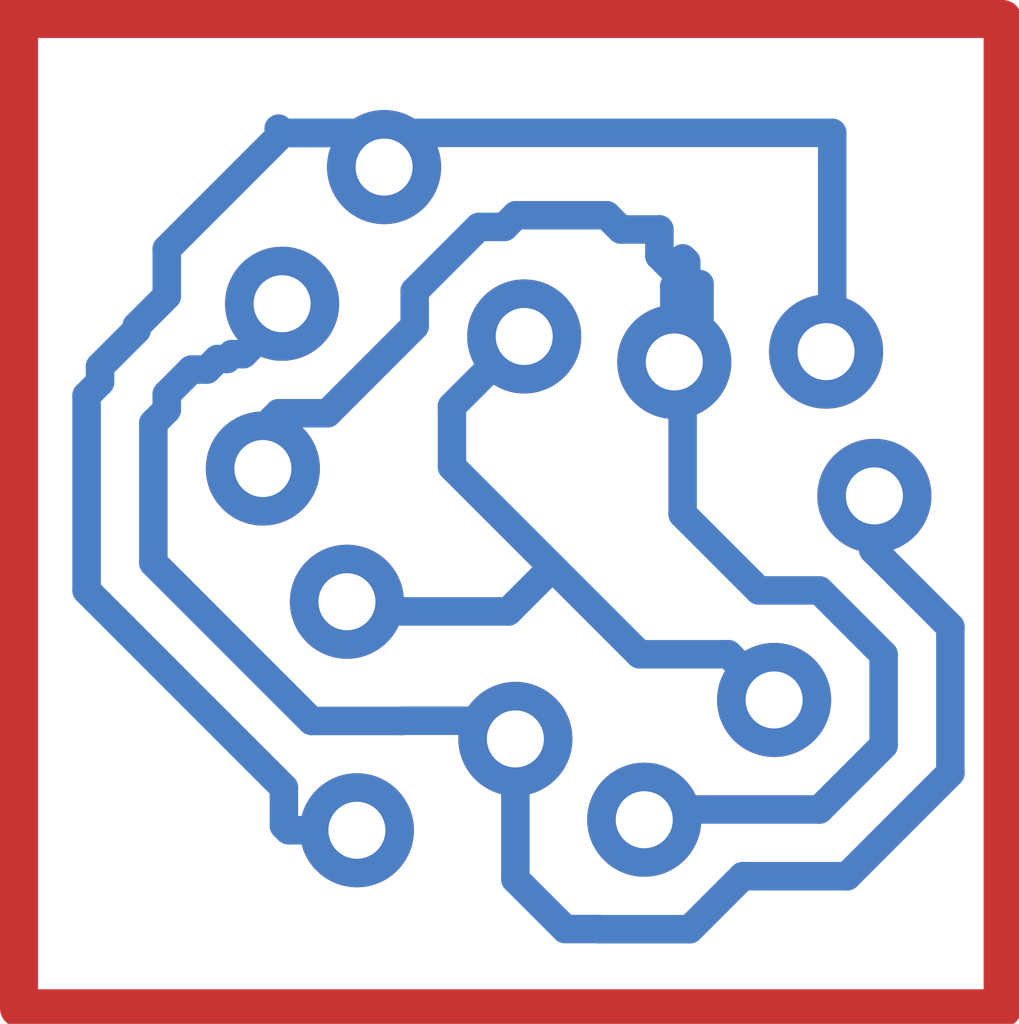
<source format=kicad_pcb>
(kicad_pcb
	(version 20241229)
	(generator "pcbnew")
	(generator_version "9.0")
	(general
		(thickness 1.6)
		(legacy_teardrops no)
	)
	(paper "A4")
	(layers
		(0 "F.Cu" signal)
		(2 "B.Cu" signal)
		(9 "F.Adhes" user "F.Adhesive")
		(11 "B.Adhes" user "B.Adhesive")
		(13 "F.Paste" user)
		(15 "B.Paste" user)
		(5 "F.SilkS" user "F.Silkscreen")
		(7 "B.SilkS" user "B.Silkscreen")
		(1 "F.Mask" user)
		(3 "B.Mask" user)
		(17 "Dwgs.User" user "User.Drawings")
		(19 "Cmts.User" user "User.Comments")
		(21 "Eco1.User" user "User.Eco1")
		(23 "Eco2.User" user "User.Eco2")
		(25 "Edge.Cuts" user)
		(27 "Margin" user)
		(31 "F.CrtYd" user "F.Courtyard")
		(29 "B.CrtYd" user "B.Courtyard")
		(35 "F.Fab" user)
		(33 "B.Fab" user)
		(39 "User.1" user)
		(41 "User.2" user)
		(43 "User.3" user)
		(45 "User.4" user)
	)
	(setup
		(pad_to_mask_clearance 0)
		(allow_soldermask_bridges_in_footprints no)
		(tenting front back)
		(pcbplotparams
			(layerselection 0x00000000_00000000_55555555_5755f5ff)
			(plot_on_all_layers_selection 0x00000000_00000000_00000000_00000000)
			(disableapertmacros no)
			(usegerberextensions no)
			(usegerberattributes yes)
			(usegerberadvancedattributes yes)
			(creategerberjobfile yes)
			(dashed_line_dash_ratio 12.000000)
			(dashed_line_gap_ratio 3.000000)
			(svgprecision 4)
			(plotframeref no)
			(mode 1)
			(useauxorigin no)
			(hpglpennumber 1)
			(hpglpenspeed 20)
			(hpglpendiameter 15.000000)
			(pdf_front_fp_property_popups yes)
			(pdf_back_fp_property_popups yes)
			(pdf_metadata yes)
			(pdf_single_document no)
			(dxfpolygonmode yes)
			(dxfimperialunits yes)
			(dxfusepcbnewfont yes)
			(psnegative no)
			(psa4output no)
			(plot_black_and_white yes)
			(sketchpadsonfab no)
			(plotpadnumbers no)
			(hidednponfab no)
			(sketchdnponfab yes)
			(crossoutdnponfab yes)
			(subtractmaskfromsilk no)
			(outputformat 1)
			(mirror no)
			(drillshape 1)
			(scaleselection 1)
			(outputdirectory "")
		)
	)
	(net 0 "")
	(net 1 "Net6")
	(net 2 "Net5")
	(net 3 "Net7")
	(net 4 "Net8")
	(gr_rect
		(start -2.67334 -2.703094)
		(end 2.5 2.5)
		(stroke
			(width 0.2)
			(type default)
		)
		(fill no)
		(layer "F.Cu")
		(net 4)
		(uuid "520f426c-b577-49dc-9202-9ab6c7cee129")
	)
	(via
		(at 1.571239 -0.953679)
		(size 0.6)
		(drill 0.3)
		(layers "F.Cu" "B.Cu")
		(net 1)
		(uuid "08acd0fb-acb7-433e-bd79-eb95b8bb36e5")
	)
	(via
		(at -0.896256 1.563588)
		(size 0.6)
		(drill 0.3)
		(layers "F.Cu" "B.Cu")
		(net 1)
		(uuid "c90feeaa-0ca4-4316-a247-d3327435ad2c")
	)
	(via
		(at -0.753191 -1.924302)
		(size 0.6)
		(drill 0.3)
		(layers "F.Cu" "B.Cu")
		(free yes)
		(net 1)
		(uuid "edcb6954-55c5-4245-96cc-31ffe32e4383")
	)
	(segment
		(start -0.896256 1.563588)
		(end -1.255107 1.563588)
		(width 0.15)
		(layer "B.Cu")
		(net 1)
		(uuid "00e67771-145d-4590-92af-1f6231becb8c")
	)
	(segment
		(start -2.247256 -0.793456)
		(end -2.247256 -0.875288)
		(width 0.15)
		(layer "B.Cu")
		(net 1)
		(uuid "2ca50d89-a978-4f00-8dec-e031d0e83ff1")
	)
	(segment
		(start -1.280232 1.339588)
		(end -2.317793 0.302027)
		(width 0.15)
		(layer "B.Cu")
		(net 1)
		(uuid "2e9711ea-865e-4253-947a-9181fdb1f66e")
	)
	(segment
		(start -0.753191 -1.924302)
		(end -0.931983 -2.103094)
		(width 0.15)
		(layer "B.Cu")
		(net 1)
		(uuid "3e4dd735-043f-40db-8808-f687ac3121e2")
	)
	(segment
		(start -2.317793 -0.722918)
		(end -2.247256 -0.793456)
		(width 0.15)
		(layer "B.Cu")
		(net 1)
		(uuid "4d2d1a54-c453-4ba3-9c9c-1dee0a690f59")
	)
	(segment
		(start 1.546125 -0.990747)
		(end 1.546125 -1.060573)
		(width 0.15)
		(layer "B.Cu")
		(net 1)
		(uuid "51eb00e0-ac4e-450b-8f7f-5b2f917942e2")
	)
	(segment
		(start 1.603744 -2.104307)
		(end 1.603744 -1.10614)
		(width 0.15)
		(layer "B.Cu")
		(net 1)
		(uuid "550bc510-84f7-43cd-bb9c-1c3497dffc88")
	)
	(segment
		(start 1.537733 -1.068965)
		(end 1.518787 -1.068965)
		(width 0.15)
		(layer "B.Cu")
		(net 1)
		(uuid "5c08baeb-b6d0-4ce4-b58e-03a94f638664")
	)
	(segment
		(start 1.546125 -1.048521)
		(end 1.546125 -0.990747)
		(width 0.15)
		(layer "B.Cu")
		(net 1)
		(uuid "604bccb1-4653-4e15-a5d0-b3b4e34533dc")
	)
	(segment
		(start -1.285558 -2.104307)
		(end 1.603744 -2.104307)
		(width 0.15)
		(layer "B.Cu")
		(net 1)
		(uuid "71b3e870-ac0f-4183-aab1-490dff3798c7")
	)
	(segment
		(start 1.571239 -0.953679)
		(end 1.571239 -0.965633)
		(width 0.15)
		(layer "B.Cu")
		(net 1)
		(uuid "74063c18-dae0-4bdb-97ba-3303ce2f5140")
	)
	(segment
		(start -1.896256 -1.493609)
		(end -1.285558 -2.104307)
		(width 0.15)
		(layer "B.Cu")
		(net 1)
		(uuid "8089f8a3-320b-4450-8fe8-9d95977137de")
	)
	(segment
		(start 1.603744 -1.10614)
		(end 1.546125 -1.048521)
		(width 0.15)
		(layer "B.Cu")
		(net 1)
		(uuid "80d472f8-84d3-4bdf-883e-dc36dba2bd50")
	)
	(segment
		(start -2.054587 -1.088124)
		(end -1.896256 -1.246455)
		(width 0.15)
		(layer "B.Cu")
		(net 1)
		(uuid "8dd21a9a-a80b-4068-b516-c6e2a4398c03")
	)
	(segment
		(start -2.054587 -1.067958)
		(end -2.054587 -1.088124)
		(width 0.15)
		(layer "B.Cu")
		(net 1)
		(uuid "973e423b-1a5f-4fdf-a3a0-cc7dca6df4fc")
	)
	(segment
		(start -2.317793 0.302027)
		(end -2.317793 -0.722918)
		(width 0.15)
		(layer "B.Cu")
		(net 1)
		(uuid "98fc7048-1d98-40b5-bb89-725e5c5ccb16")
	)
	(segment
		(start 1.571239 -0.965633)
		(end 1.546125 -0.990747)
		(width 0.15)
		(layer "B.Cu")
		(net 1)
		(uuid "a3811253-6c50-4bef-99ff-2a78330fc6a3")
	)
	(segment
		(start 1.546125 -1.060573)
		(end 1.537733 -1.068965)
		(width 0.15)
		(layer "B.Cu")
		(net 1)
		(uuid "c16e7347-7817-4eb5-97bd-0186389003c4")
	)
	(segment
		(start -1.255107 1.563588)
		(end -1.280232 1.538463)
		(width 0.15)
		(layer "B.Cu")
		(net 1)
		(uuid "c98b0659-59c7-4af2-ad43-4ebaa84306c0")
	)
	(segment
		(start -2.247256 -0.875288)
		(end -2.054587 -1.067958)
		(width 0.15)
		(layer "B.Cu")
		(net 1)
		(uuid "c99f800f-9afc-4e3f-b3f1-df18fac667ef")
	)
	(segment
		(start -0.931983 -2.103094)
		(end -1.284345 -2.103094)
		(width 0.15)
		(layer "B.Cu")
		(net 1)
		(uuid "df929197-abd5-4092-8055-4bc73406b4ef")
	)
	(segment
		(start -1.284345 -2.103094)
		(end -1.307872 -2.126621)
		(width 0.15)
		(layer "B.Cu")
		(net 1)
		(uuid "e4b2f1c4-3e9a-4baf-8db2-c3a7c231bf62")
	)
	(segment
		(start -1.896256 -1.246455)
		(end -1.896256 -1.493609)
		(width 0.15)
		(layer "B.Cu")
		(net 1)
		(uuid "f042840a-edfd-4524-adbf-f86fd8e6a96f")
	)
	(segment
		(start -1.280232 1.538463)
		(end -1.280232 1.339588)
		(width 0.15)
		(layer "B.Cu")
		(net 1)
		(uuid "f1660acb-43a4-4af3-b974-72418f4d06d4")
	)
	(via
		(at 1.298046 0.878173)
		(size 0.6)
		(drill 0.3)
		(layers "F.Cu" "B.Cu")
		(net 2)
		(uuid "144a8120-7291-41f1-a5af-f01f1695bc35")
	)
	(via
		(at -0.016225 -1.033507)
		(size 0.6)
		(drill 0.3)
		(layers "F.Cu" "B.Cu")
		(free yes)
		(net 2)
		(uuid "5124c600-bee6-4723-bf8f-f5fc33c6b1fe")
	)
	(via
		(at -0.948605 0.361654)
		(size 0.6)
		(drill 0.3)
		(layers "F.Cu" "B.Cu")
		(net 2)
		(uuid "ae19facc-8153-4e99-b9ac-f76587fc4aa2")
	)
	(segment
		(start 1.298046 0.878173)
		(end 1.29783 0.878173)
		(width 0.15)
		(layer "B.Cu")
		(net 2)
		(uuid "0b9dd098-9d7d-4f99-9561-f181e4c3a1a2")
	)
	(segment
		(start -0.100218 0.412588)
		(end 0.132278 0.180092)
		(width 0.15)
		(layer "B.Cu")
		(net 2)
		(uuid "165b79ac-9101-4553-a955-a5e4e00c8652")
	)
	(segment
		(start 1.057577 0.63792)
		(end 0.590106 0.63792)
		(width 0.15)
		(layer "B.Cu")
		(net 2)
		(uuid "2bd4341b-875b-4dcd-baf8-15ce7cb145a5")
	)
	(segment
		(start -0.948605 0.360239)
		(end -0.950664 0.35818)
		(width 0.15)
		(layer "B.Cu")
		(net 2)
		(uuid "44ff19c9-7634-4610-a111-d45f2f38bc9f")
	)
	(segment
		(start -0.016225 -1.033507)
		(end -0.028835 -1.033507)
		(width 0.15)
		(layer "B.Cu")
		(net 2)
		(uuid "65afd5dc-0d2e-47fe-a944-96d9a9dac7c8")
	)
	(segment
		(start 0.590106 0.63792)
		(end 0.132278 0.180092)
		(width 0.15)
		(layer "B.Cu")
		(net 2)
		(uuid "65e66cdd-a2e7-4477-a7bf-2ac11c9958ab")
	)
	(segment
		(start -0.80655 0.412588)
		(end -0.100218 0.412588)
		(width 0.15)
		(layer "B.Cu")
		(net 2)
		(uuid "6aa70d23-9061-41c1-9869-4f6b12888ea7")
	)
	(segment
		(start -0.028835 -1.033507)
		(end -0.396256 -0.666086)
		(width 0.15)
		(layer "B.Cu")
		(net 2)
		(uuid "6d726a97-464e-41e5-a042-90d84948138e")
	)
	(segment
		(start -0.950664 0.35818)
		(end -0.950664 0.268474)
		(width 0.15)
		(layer "B.Cu")
		(net 2)
		(uuid "7127eed7-f892-499d-b19a-8fdb0de21ec5")
	)
	(segment
		(start -0.396256 -0.666086)
		(end -0.396256 -0.348442)
		(width 0.15)
		(layer "B.Cu")
		(net 2)
		(uuid "9d1e310d-a32c-439f-902c-0b415a9ce6ed")
	)
	(segment
		(start -0.396256 -0.348442)
		(end 0.132278 0.180092)
		(width 0.15)
		(layer "B.Cu")
		(net 2)
		(uuid "c3d78d0e-acb6-4f7c-8a6f-d9e86f805b63")
	)
	(segment
		(start 1.29783 0.878173)
		(end 1.057577 0.63792)
		(width 0.15)
		(layer "B.Cu")
		(net 2)
		(uuid "cf326b43-6aea-4dd4-b757-1c3edf2f0f7e")
	)
	(segment
		(start -0.948605 0.361654)
		(end -0.948605 0.360239)
		(width 0.15)
		(layer "B.Cu")
		(net 2)
		(uuid "cf92ffc9-e4b4-424e-9da1-8d33fbefe7f0")
	)
	(segment
		(start -0.950664 0.268474)
		(end -0.80655 0.412588)
		(width 0.15)
		(layer "B.Cu")
		(net 2)
		(uuid "e119bf3a-19aa-401f-abe2-e2dca271e204")
	)
	(via
		(at -1.390793 -0.338942)
		(size 0.6)
		(drill 0.3)
		(layers "F.Cu" "B.Cu")
		(net 3)
		(uuid "9a45d334-d847-4913-bb23-fab54fa8ceaf")
	)
	(via
		(at 0.615048 1.508092)
		(size 0.6)
		(drill 0.3)
		(layers "F.Cu" "B.Cu")
		(net 3)
		(uuid "b0990926-74dd-4bf1-baef-0fdd1f8e9bfb")
	)
	(via
		(at 0.773072 -0.899524)
		(size 0.6)
		(drill 0.3)
		(layers "F.Cu" "B.Cu")
		(free yes)
		(net 3)
		(uuid "d8879d15-a541-44fd-b74e-d2f7fc4bb043")
	)
	(segment
		(start -0.121375 -1.609507)
		(end -0.059844 -1.671038)
		(width 0.15)
		(layer "B.Cu")
		(net 3)
		(uuid "047c4880-87e5-4a9a-8b48-0b1229da4397")
	)
	(segment
		(start 1.536634 1.454173)
		(end 1.874046 1.116761)
		(width 0.15)
		(layer "B.Cu")
		(net 3)
		(uuid "0558f1c4-73cd-4b47-bc33-eff64fcba924")
	)
	(segment
		(start 0.816923 -1.335479)
		(end 0.69467 -1.457732)
		(width 0.15)
		(layer "B.Cu")
		(net 3)
		(uuid "07c4f788-ed41-4691-8aa7-0d53be473565")
	)
	(segment
		(start 0.773072 -1.298182)
		(end 0.835845 -1.360955)
		(width 0.15)
		(layer "B.Cu")
		(net 3)
		(uuid "0c206ea2-ea7e-4076-893c-dd46a1ae371c")
	)
	(segment
		(start 0.835845 -1.360955)
		(end 0.835845 -1.426252)
		(width 0.15)
		(layer "B.Cu")
		(net 3)
		(uuid "0f71c3d9-0a7e-423c-a7f3-22c2a51d190a")
	)
	(segment
		(start 0.668967 1.454173)
		(end 1.536634 1.454173)
		(width 0.15)
		(layer "B.Cu")
		(net 3)
		(uuid "1ca89bc6-d795-45b1-89ba-a101629e8b86")
	)
	(segment
		(start 0.615048 1.508092)
		(end 0.668967 1.454173)
		(width 0.15)
		(layer "B.Cu")
		(net 3)
		(uuid "22323e48-1df9-42ce-98d0-df45f031e680")
	)
	(segment
		(start 0.69467 -1.596166)
		(end 0.69467 -1.552681)
		(width 0.15)
		(layer "B.Cu")
		(net 3)
		(uuid "234368df-0e2c-41d9-9869-5a90d6e06b24")
	)
	(segment
		(start 0.773072 -0.899524)
		(end 0.773072 -1.298182)
		(width 0.15)
		(layer "B.Cu")
		(net 3)
		(uuid "314fcb29-3626-4068-87dd-49e4059fb3fa")
	)
	(segment
		(start -0.349271 -1.515049)
		(end -0.254813 -1.609507)
		(width 0.15)
		(layer "B.Cu")
		(net 3)
		(uuid "3f91c61b-423e-4047-9214-25dc4df84b90")
	)
	(segment
		(start -0.592225 -1.0884)
		(end -0.592225 -1.272095)
		(width 0.15)
		(layer "B.Cu")
		(net 3)
		(uuid "4faa2d94-5e58-4741-8721-06088f5a9b56")
	)
	(segment
		(start 0.816923 -0.099123)
		(end 0.816923 -1.335479)
		(width 0.15)
		(layer "B.Cu")
		(net 3)
		(uuid "55026de1-3b9b-45e3-b26e-8af16e08576c")
	)
	(segment
		(start -1.308055 -0.629572)
		(end -1.051053 -0.629572)
		(width 0.15)
		(layer "B.Cu")
		(net 3)
		(uuid "6191a7ef-7bf8-41f2-8fc8-e3172b58cf2d")
	)
	(segment
		(start -0.254813 -1.609507)
		(end -0.121375 -1.609507)
		(width 0.15)
		(layer "B.Cu")
		(net 3)
		(uuid "7d394901-0f0c-4bcc-bf74-f58a6e629999")
	)
	(segment
		(start 0.492204 -1.596166)
		(end 0.69467 -1.596166)
		(width 0.15)
		(layer "B.Cu")
		(net 3)
		(uuid "7eccb4a9-cb2e-483e-bf9f-f3155b25b0e4")
	)
	(segment
		(start 0.835845 -1.426252)
		(end 0.817787 -1.44431)
		(width 0.15)
		(layer "B.Cu")
		(net 3)
		(uuid "92edad51-97e2-4c18-8d0c-129b745ac8fc")
	)
	(segment
		(start 1.874046 1.116761)
		(end 1.874046 0.639585)
		(width 0.15)
		(layer "B.Cu")
		(net 3)
		(uuid "a4458ca5-b765-426a-a687-7c332373f29c")
	)
	(segment
		(start 0.417332 -1.671038)
		(end 0.492204 -1.596166)
		(width 0.15)
		(layer "B.Cu")
		(net 3)
		(uuid "a97fb7d0-ab4e-4fda-a8c4-319d231dd01d")
	)
	(segment
		(start -0.592225 -1.272095)
		(end -0.349271 -1.515049)
		(width 0.15)
		(layer "B.Cu")
		(net 3)
		(uuid "ab45d8dd-f5ad-4aa9-b734-8e3d9b671225")
	)
	(segment
		(start -1.342164 -0.595463)
		(end -1.308055 -0.629572)
		(width 0.15)
		(layer "B.Cu")
		(net 3)
		(uuid "b167f303-5442-4086-b9a4-7c55e80de13b")
	)
	(segment
		(start -1.342164 -0.387571)
		(end -1.342164 -0.595463)
		(width 0.15)
		(layer "B.Cu")
		(net 3)
		(uuid "b2e3d157-ee68-4d1c-a188-488643cbd8b9")
	)
	(segment
		(start 1.218219 0.302173)
		(end 0.816923 -0.099123)
		(width 0.15)
		(layer "B.Cu")
		(net 3)
		(uuid "c33ff4df-ea5f-4734-8e37-97c77564a92c")
	)
	(segment
		(start 0.773072 -0.899524)
		(end 0.906171 -1.032623)
		(width 0.15)
		(layer "B.Cu")
		(net 3)
		(uuid "c676abc0-aea8-4f22-b1a8-93376844b653")
	)
	(segment
		(start -0.059844 -1.671038)
		(end 0.417332 -1.671038)
		(width 0.15)
		(layer "B.Cu")
		(net 3)
		(uuid "c7428722-69cb-40d5-9428-15804f436523")
	)
	(segment
		(start 1.874046 0.639585)
		(end 1.536634 0.302173)
		(width 0.15)
		(layer "B.Cu")
		(net 3)
		(uuid "d3ed86f3-032a-41e6-8917-51e4b8d938f0")
	)
	(segment
		(start 0.906171 -1.032623)
		(end 0.906171 -1.309405)
		(width 0.15)
		(layer "B.Cu")
		(net 3)
		(uuid "d52d7aae-9655-4356-b76d-ad6bc22e0553")
	)
	(segment
		(start 1.536634 0.302173)
		(end 1.218219 0.302173)
		(width 0.15)
		(layer "B.Cu")
		(net 3)
		(uuid "e1e3eb76-7108-458c-937d-dbbc536c804e")
	)
	(segment
		(start -1.390793 -0.338942)
		(end -1.342164 -0.387571)
		(width 0.15)
		(layer "B.Cu")
		(net 3)
		(uuid "fac88a0b-5da9-4795-be34-b1a648c5b966")
	)
	(segment
		(start -1.051053 -0.629572)
		(end -0.592225 -1.0884)
		(width 0.15)
		(layer "B.Cu")
		(net 3)
		(uuid "fd722cac-ed5d-4bdf-817a-d28a3ea47f62")
	)
	(segment
		(start 0.69467 -1.457732)
		(end 0.69467 -1.596166)
		(width 0.15)
		(layer "B.Cu")
		(net 3)
		(uuid "fe47b574-4297-46de-b6ce-8477ea802134")
	)
	(via
		(at -0.062725 1.083092)
		(size 0.6)
		(drill 0.3)
		(layers "F.Cu" "B.Cu")
		(net 4)
		(uuid "4e21ece0-89aa-490f-906d-ad39f889ddd9")
	)
	(via
		(at 1.825329 -0.1951)
		(size 0.6)
		(drill 0.3)
		(layers "F.Cu" "B.Cu")
		(net 4)
		(uuid "b8b45bd4-9172-4582-bffb-c75b09cf6077")
	)
	(via
		(at -1.289641 -1.205572)
		(size 0.6)
		(drill 0.3)
		(layers "F.Cu" "B.Cu")
		(free yes)
		(net 4)
		(uuid "c53ce343-5e4b-4aba-a33b-70810b2cd62f")
	)
	(segment
		(start 1.132555 1.805173)
		(end 1.682022 1.805173)
		(width 0.15)
		(layer "B.Cu")
		(net 4)
		(uuid "0bfdcd13-7cb4-450a-a6c6-cb7f5e63e8b8")
	)
	(segment
		(start -0.657668 0.988588)
		(end -0.656668 0.987588)
		(width 0.15)
		(layer "B.Cu")
		(net 4)
		(uuid "14b00f40-0875-4a97-8cf7-cbaca0369b48")
	)
	(segment
		(start -0.062725 1.820466)
		(end 0.199901 2.083092)
		(width 0.15)
		(layer "B.Cu")
		(net 4)
		(uuid "329dbc9d-bf24-4946-badc-f752acb2e805")
	)
	(segment
		(start 1.682022 1.805173)
		(end 2.225046 1.26215)
		(width 0.15)
		(layer "B.Cu")
		(net 4)
		(uuid "40fa9fe3-a9f7-4ee8-b6e7-a40e0c5f45ed")
	)
	(segment
		(start -1.554064 -0.940506)
		(end -1.579628 -0.914942)
		(width 0.15)
		(layer "B.Cu")
		(net 4)
		(uuid "537367b7-68b4-4f9b-a920-c5c64f4a80b8")
	)
	(segment
		(start 1.940369 -0.045088)
		(end 1.825329 -0.160128)
		(width 0.15)
		(layer "B.Cu")
		(net 4)
		(uuid "5b98026e-cdf7-49de-ae72-d6a962a69bf3")
	)
	(segment
		(start -1.896256 -0.648067)
		(end -1.966793 -0.57753)
		(width 0.15)
		(layer "B.Cu")
		(net 4)
		(uuid "5bb31904-29b3-4322-96ae-80ad9ef0fc61")
	)
	(segment
		(start 2.225046 0.494197)
		(end 1.819085 0.088234)
		(width 0.15)
		(layer "B.Cu")
		(net 4)
		(uuid "609245c1-e463-4fc1-a624-dfc776889acc")
	)
	(segment
		(start 0.199901 2.083092)
		(end 0.37546 2.083092)
		(width 0.15)
		(layer "B.Cu")
		(net 4)
		(uuid "6b3e2c69-2c1b-49ee-beb4-dbd8f471c1d5")
	)
	(segment
		(start -1.966793 -0.57753)
		(end -1.966793 0.156639)
		(width 0.15)
		(layer "B.Cu")
		(net 4)
		(uuid "70b1fa76-ea4d-4cd6-9005-d30763b9049e")
	)
	(segment
		(start -1.49351 -0.940506)
		(end -1.554064 -0.940506)
		(width 0.15)
		(layer "B.Cu")
		(net 4)
		(uuid "730a6e53-e27b-426b-a0bd-6c6dd32d03e7")
	)
	(segment
		(start -1.579628 -0.914942)
		(end -1.629381 -0.914942)
		(width 0.15)
		(layer "B.Cu")
		(net 4)
		(uuid "761b4c37-2cf9-4701-9826-46437bfaf3f9")
	)
	(segment
		(start -1.289641 -1.205572)
		(end -1.289641 -1.144375)
		(width 0.15)
		(layer "B.Cu")
		(net 4)
		(uuid "8106f1aa-628e-4624-80b9-b742e08b5667")
	)
	(segment
		(start -1.684872 -0.859451)
		(end -1.766704 -0.859452)
		(width 0.15)
		(layer "B.Cu")
		(net 4)
		(uuid "93255a24-d7a2-4417-80ff-d91919577d66")
	)
	(segment
		(start 1.952407 -0.045088)
		(end 1.940369 -0.045088)
		(width 0.15)
		(layer "B.Cu")
		(net 4)
		(uuid "9a20953e-9bff-455a-8a3a-32c9eed33af5")
	)
	(segment
		(start -1.766704 -0.859452)
		(end -1.896256 -0.7299)
		(width 0.15)
		(layer "B.Cu")
		(net 4)
		(uuid "9d1b25e2-b544-4362-84dc-fa6417747845")
	)
	(segment
		(start -0.062725 1.083092)
		(end -0.062725 1.820466)
		(width 0.15)
		(layer "B.Cu")
		(net 4)
		(uuid "9f76a688-f854-463e-b76d-4face7342bab")
	)
	(segment
		(start 0.37646 2.084092)
		(end 0.853636 2.084092)
		(width 0.15)
		(layer "B.Cu")
		(net 4)
		(uuid "a140f549-300d-4127-ac6b-b76fe6206b61")
	)
	(segment
		(start 1.825329 -0.160128)
		(end 1.825329 -0.1951)
		(width 0.15)
		(layer "B.Cu")
		(net 4)
		(uuid "a1b560a4-73ea-4cda-b129-9457f2adbe73")
	)
	(segment
		(start 0.853636 2.084092)
		(end 1.132555 1.805173)
		(width 0.15)
		(layer "B.Cu")
		(net 4)
		(uuid "b9d5eb8a-4b90-46ba-8dc2-108b6a280fb2")
	)
	(segment
		(start -1.289641 -1.144375)
		(end -1.49351 -0.940506)
		(width 0.15)
		(layer "B.Cu")
		(net 4)
		(uuid "bb716205-a648-4482-a142-74cf9d314b59")
	)
	(segment
		(start 1.819085 0.088234)
		(end 1.952407 -0.045088)
		(width 0.15)
		(layer "B.Cu")
		(net 4)
		(uuid "bf49c7bd-3f37-4b1a-b728-e329d59e07af")
	)
	(segment
		(start 0.37546 2.083092)
		(end 0.37646 2.084092)
		(width 0.15)
		(layer "B.Cu")
		(net 4)
		(uuid "c0e06ad6-2e3c-4428-97e7-3650da5e1e9e")
	)
	(segment
		(start -1.134844 0.988588)
		(end -0.657668 0.988588)
		(width 0.15)
		(layer "B.Cu")
		(net 4)
		(uuid "cb149d65-d1b9-4f51-bc28-3bf2c332a138")
	)
	(segment
		(start -1.896256 -0.7299)
		(end -1.896256 -0.648067)
		(width 0.15)
		(layer "B.Cu")
		(net 4)
		(uuid "ced0f33c-cd07-4ce0-a8ec-722432ef90e5")
	)
	(segment
		(start -0.656668 0.987588)
		(end -0.062725 0.987588)
		(width 0.15)
		(layer "B.Cu")
		(net 4)
		(uuid "dbd71e85-f21c-4f93-afe7-c90f91ae25e7")
	)
	(segment
		(start -1.966793 0.156639)
		(end -1.134844 0.988588)
		(width 0.15)
		(layer "B.Cu")
		(net 4)
		(uuid "dfe326ed-c2cc-4e89-95fb-8a20b4a221b0")
	)
	(segment
		(start 2.225046 1.26215)
		(end 2.225046 0.494197)
		(width 0.15)
		(layer "B.Cu")
		(net 4)
		(uuid "e4489286-0405-4417-a1c8-7cb8d26ade7b")
	)
	(segment
		(start -1.629381 -0.914942)
		(end -1.684872 -0.859451)
		(width 0.15)
		(layer "B.Cu")
		(net 4)
		(uuid "e7e70ad1-4c8f-4fcc-874a-c75201b27135")
	)
	(embedded_fonts no)
)

</source>
